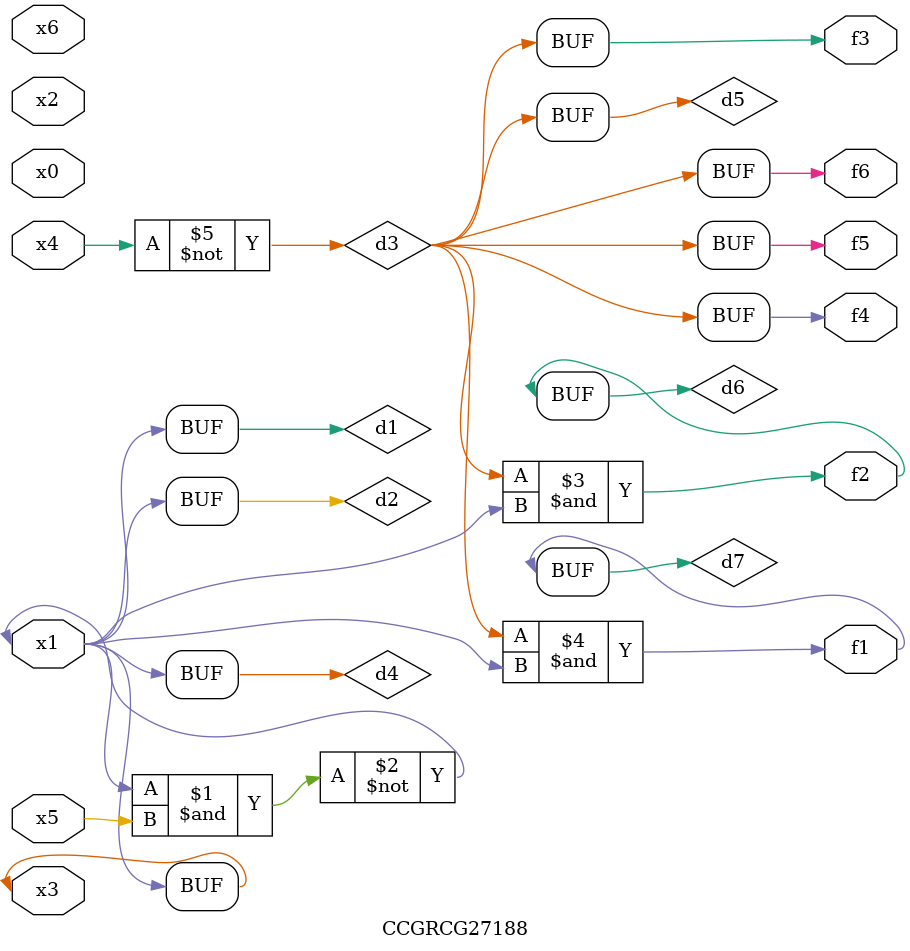
<source format=v>
module CCGRCG27188(
	input x0, x1, x2, x3, x4, x5, x6,
	output f1, f2, f3, f4, f5, f6
);

	wire d1, d2, d3, d4, d5, d6, d7;

	buf (d1, x1, x3);
	nand (d2, x1, x5);
	not (d3, x4);
	buf (d4, d1, d2);
	buf (d5, d3);
	and (d6, d3, d4);
	and (d7, d3, d4);
	assign f1 = d7;
	assign f2 = d6;
	assign f3 = d5;
	assign f4 = d5;
	assign f5 = d5;
	assign f6 = d5;
endmodule

</source>
